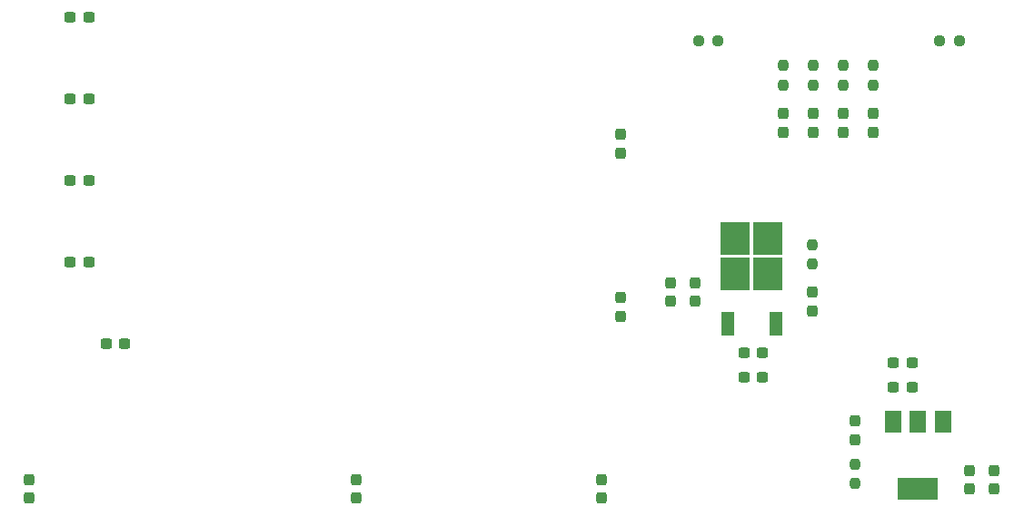
<source format=gtp>
G04 #@! TF.GenerationSoftware,KiCad,Pcbnew,6.0.9-8da3e8f707~116~ubuntu20.04.1*
G04 #@! TF.CreationDate,2022-12-16T15:25:19+01:00*
G04 #@! TF.ProjectId,ebaz_adaptor,6562617a-5f61-4646-9170-746f722e6b69,rev?*
G04 #@! TF.SameCoordinates,Original*
G04 #@! TF.FileFunction,Paste,Top*
G04 #@! TF.FilePolarity,Positive*
%FSLAX46Y46*%
G04 Gerber Fmt 4.6, Leading zero omitted, Abs format (unit mm)*
G04 Created by KiCad (PCBNEW 6.0.9-8da3e8f707~116~ubuntu20.04.1) date 2022-12-16 15:25:19*
%MOMM*%
%LPD*%
G01*
G04 APERTURE LIST*
G04 Aperture macros list*
%AMRoundRect*
0 Rectangle with rounded corners*
0 $1 Rounding radius*
0 $2 $3 $4 $5 $6 $7 $8 $9 X,Y pos of 4 corners*
0 Add a 4 corners polygon primitive as box body*
4,1,4,$2,$3,$4,$5,$6,$7,$8,$9,$2,$3,0*
0 Add four circle primitives for the rounded corners*
1,1,$1+$1,$2,$3*
1,1,$1+$1,$4,$5*
1,1,$1+$1,$6,$7*
1,1,$1+$1,$8,$9*
0 Add four rect primitives between the rounded corners*
20,1,$1+$1,$2,$3,$4,$5,0*
20,1,$1+$1,$4,$5,$6,$7,0*
20,1,$1+$1,$6,$7,$8,$9,0*
20,1,$1+$1,$8,$9,$2,$3,0*%
G04 Aperture macros list end*
%ADD10RoundRect,0.237500X-0.300000X-0.237500X0.300000X-0.237500X0.300000X0.237500X-0.300000X0.237500X0*%
%ADD11RoundRect,0.237500X-0.237500X0.300000X-0.237500X-0.300000X0.237500X-0.300000X0.237500X0.300000X0*%
%ADD12RoundRect,0.237500X0.237500X-0.287500X0.237500X0.287500X-0.237500X0.287500X-0.237500X-0.287500X0*%
%ADD13RoundRect,0.237500X-0.237500X0.250000X-0.237500X-0.250000X0.237500X-0.250000X0.237500X0.250000X0*%
%ADD14RoundRect,0.237500X0.300000X0.237500X-0.300000X0.237500X-0.300000X-0.237500X0.300000X-0.237500X0*%
%ADD15RoundRect,0.237500X-0.250000X-0.237500X0.250000X-0.237500X0.250000X0.237500X-0.250000X0.237500X0*%
%ADD16RoundRect,0.237500X0.237500X-0.300000X0.237500X0.300000X-0.237500X0.300000X-0.237500X-0.300000X0*%
%ADD17RoundRect,0.237500X-0.237500X0.287500X-0.237500X-0.287500X0.237500X-0.287500X0.237500X0.287500X0*%
%ADD18R,1.500000X2.000000*%
%ADD19R,3.800000X2.000000*%
%ADD20RoundRect,0.237500X0.237500X-0.250000X0.237500X0.250000X-0.237500X0.250000X-0.237500X-0.250000X0*%
%ADD21R,2.750000X3.050000*%
%ADD22R,1.200000X2.200000*%
G04 APERTURE END LIST*
D10*
X45720000Y-53340000D03*
X47445000Y-53340000D03*
X45720000Y-60960000D03*
X47445000Y-60960000D03*
D11*
X103968000Y-78130000D03*
X103968000Y-79855000D03*
X95250000Y-96520000D03*
X95250000Y-98245000D03*
D12*
X114890000Y-80806500D03*
X114890000Y-79056500D03*
D10*
X122414000Y-85598000D03*
X124139000Y-85598000D03*
X122414000Y-87884000D03*
X124139000Y-87884000D03*
D13*
X120523000Y-59677500D03*
X120523000Y-57852500D03*
D10*
X45720000Y-68580000D03*
X47445000Y-68580000D03*
D13*
X114935000Y-59677500D03*
X114935000Y-57852500D03*
D14*
X50800000Y-83820000D03*
X49075000Y-83820000D03*
D12*
X114935000Y-62335000D03*
X114935000Y-64085000D03*
D11*
X101682000Y-78130000D03*
X101682000Y-79855000D03*
D15*
X106068500Y-55590000D03*
X104243500Y-55590000D03*
D13*
X114890000Y-74574000D03*
X114890000Y-76399000D03*
D15*
X128570500Y-55590000D03*
X126745500Y-55590000D03*
D16*
X41910000Y-98245000D03*
X41910000Y-96520000D03*
X131812000Y-97409000D03*
X131812000Y-95684000D03*
D13*
X117729000Y-59677500D03*
X117729000Y-57852500D03*
D14*
X110208500Y-87019000D03*
X108483500Y-87019000D03*
D13*
X112141000Y-59677500D03*
X112141000Y-57852500D03*
D17*
X118858000Y-91059000D03*
X118858000Y-92809000D03*
D16*
X97028000Y-81280000D03*
X97028000Y-79555000D03*
D11*
X72390000Y-96520000D03*
X72390000Y-98245000D03*
D12*
X112141000Y-62335000D03*
X112141000Y-64085000D03*
D16*
X129526000Y-97409000D03*
X129526000Y-95684000D03*
D12*
X117729000Y-62335000D03*
X117729000Y-64085000D03*
D18*
X127014000Y-91084000D03*
X124714000Y-91084000D03*
D19*
X124714000Y-97384000D03*
D18*
X122414000Y-91084000D03*
D12*
X120523000Y-62335000D03*
X120523000Y-64085000D03*
D16*
X97028000Y-66040000D03*
X97028000Y-64315000D03*
D14*
X110208500Y-84733000D03*
X108483500Y-84733000D03*
D20*
X118858000Y-96901000D03*
X118858000Y-95076000D03*
D21*
X110745000Y-74017000D03*
X110745000Y-77367000D03*
X107695000Y-77367000D03*
X107695000Y-74017000D03*
D22*
X106940000Y-81992000D03*
X111500000Y-81992000D03*
D10*
X45720000Y-76200000D03*
X47445000Y-76200000D03*
M02*

</source>
